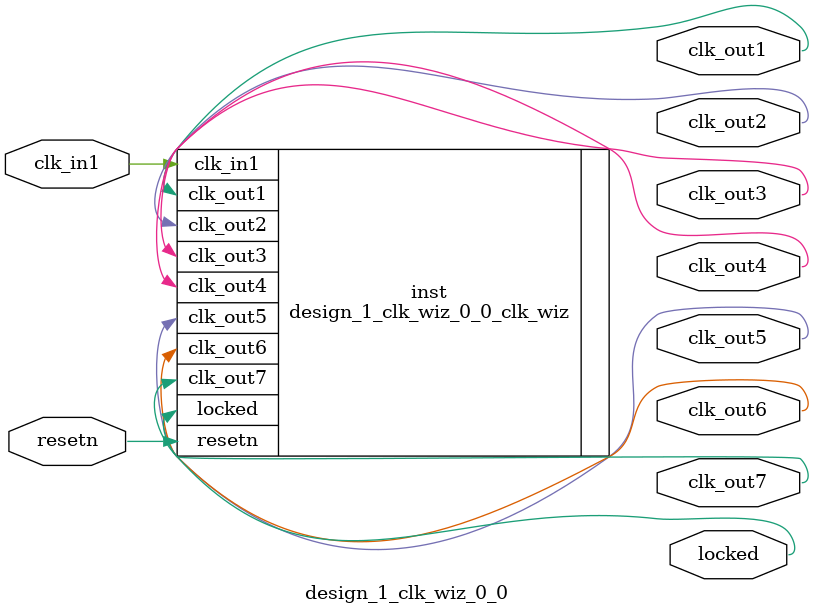
<source format=v>


`timescale 1ps/1ps

(* CORE_GENERATION_INFO = "design_1_clk_wiz_0_0,clk_wiz_v6_0_2_0_0,{component_name=design_1_clk_wiz_0_0,use_phase_alignment=true,use_min_o_jitter=false,use_max_i_jitter=false,use_dyn_phase_shift=false,use_inclk_switchover=false,use_dyn_reconfig=false,enable_axi=0,feedback_source=FDBK_AUTO,PRIMITIVE=MMCM,num_out_clk=7,clkin1_period=10.000,clkin2_period=10.000,use_power_down=false,use_reset=true,use_locked=true,use_inclk_stopped=false,feedback_type=SINGLE,CLOCK_MGR_TYPE=NA,manual_override=false}" *)

module design_1_clk_wiz_0_0 
 (
  // Clock out ports
  output        clk_out1,
  output        clk_out2,
  output        clk_out3,
  output        clk_out4,
  output        clk_out5,
  output        clk_out6,
  output        clk_out7,
  // Status and control signals
  input         resetn,
  output        locked,
 // Clock in ports
  input         clk_in1
 );

  design_1_clk_wiz_0_0_clk_wiz inst
  (
  // Clock out ports  
  .clk_out1(clk_out1),
  .clk_out2(clk_out2),
  .clk_out3(clk_out3),
  .clk_out4(clk_out4),
  .clk_out5(clk_out5),
  .clk_out6(clk_out6),
  .clk_out7(clk_out7),
  // Status and control signals               
  .resetn(resetn), 
  .locked(locked),
 // Clock in ports
  .clk_in1(clk_in1)
  );

endmodule

</source>
